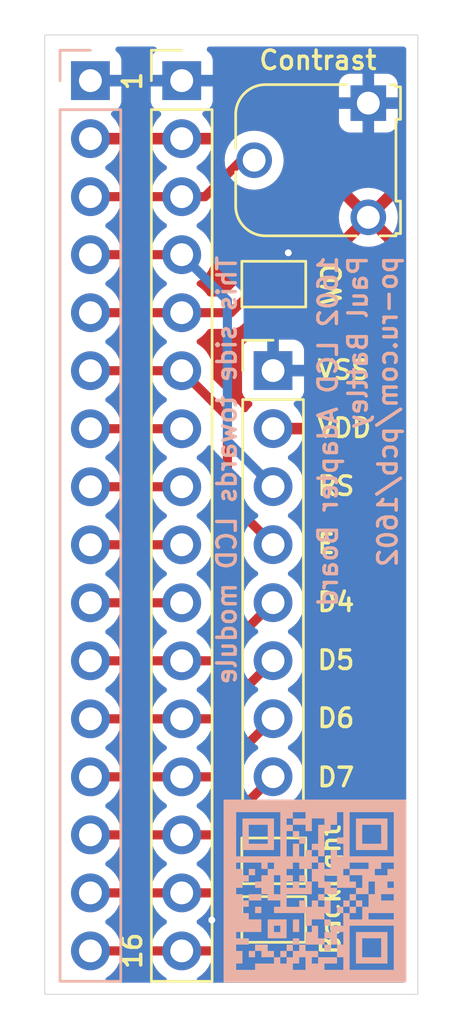
<source format=kicad_pcb>
(kicad_pcb (version 20211014) (generator pcbnew)
  (title_block (rev "1"))
  (layers (0 "F.Cu" signal "Front") (1 "In1.Cu" signal) (2 "In2.Cu" signal) (31 "B.Cu" signal "Back") (34 "B.Paste" user) (35 "F.Paste" user) (36 "B.SilkS" user "B.Silkscreen") (37 "F.SilkS" user "F.Silkscreen") (38 "B.Mask" user) (39 "F.Mask" user) (44 "Edge.Cuts" user))
  (net 0 "")
  (net 1 "/VSS")
  (net 2 "/VDD")
  (net 3 "/VE")
  (net 4 "/RS")
  (net 5 "/RW")
  (net 6 "/E")
  (net 7 "/D0")
  (net 8 "/D1")
  (net 9 "/D2")
  (net 10 "/D3")
  (net 11 "/D4")
  (net 12 "/D5")
  (net 13 "/D6")
  (net 14 "/D7")
  (net 15 "/A")
  (net 16 "/K")
  (footprint "Connector_PinHeader_2.54mm:PinHeader_1x08_P2.54mm_Vertical" (layer "F.Cu") (at 110 64.6938)
    (fp_text reference "J3" hide)
    (fp_text value "Minimal" hide)
    (fp_line (start -1.33 -1.33) (end 0 -1.33) (layer "F.SilkS") (width 0.12))
    (fp_line (start -1.33 19.11) (end 1.33 19.11) (layer "F.SilkS") (width 0.12))
    (fp_line (start -1.33 1.27) (end -1.33 19.11) (layer "F.SilkS") (width 0.12))
    (fp_line (start -1.33 1.27) (end 1.33 1.27) (layer "F.SilkS") (width 0.12))
    (fp_line (start -1.33 0) (end -1.33 -1.33) (layer "F.SilkS") (width 0.12))
    (fp_line (start 1.33 1.27) (end 1.33 19.11) (layer "F.SilkS") (width 0.12))
    (pad "1" thru_hole rect (at 0 0) (size 1.7 1.7) (drill 1) (layers *.Cu *.Mask) (net 1 "/VSS"))
    (pad "2" thru_hole oval (at 0 2.54) (size 1.7 1.7) (drill 1) (layers *.Cu *.Mask) (net 2 "/VDD"))
    (pad "3" thru_hole oval (at 0 5.08) (size 1.7 1.7) (drill 1) (layers *.Cu *.Mask) (net 4 "/RS"))
    (pad "4" thru_hole oval (at 0 7.62) (size 1.7 1.7) (drill 1) (layers *.Cu *.Mask) (net 6 "/E"))
    (pad "5" thru_hole oval (at 0 10.16) (size 1.7 1.7) (drill 1) (layers *.Cu *.Mask) (net 11 "/D4"))
    (pad "6" thru_hole oval (at 0 12.7) (size 1.7 1.7) (drill 1) (layers *.Cu *.Mask) (net 12 "/D5"))
    (pad "7" thru_hole oval (at 0 15.24) (size 1.7 1.7) (drill 1) (layers *.Cu *.Mask) (net 13 "/D6"))
    (pad "8" thru_hole oval (at 0 17.78) (size 1.7 1.7) (drill 1) (layers *.Cu *.Mask) (net 14 "/D7"))
  )
  (footprint "Personal:SolderJumper" (layer "F.Cu") (at 110.0328 88.7222 180)
    (fp_text reference "JP3" hide)
    (fp_text value "LED K" hide)
    (fp_line (start 1.4 -1) (end 1.4 1) (layer "F.SilkS") (width 0.12))
    (fp_line (start -1.4 1) (end -1.4 -1) (layer "F.SilkS") (width 0.12))
    (fp_line (start 1.4 1) (end -1.4 1) (layer "F.SilkS") (width 0.12))
    (fp_line (start -1.4 -1) (end 1.4 -1) (layer "F.SilkS") (width 0.12))
    (pad "1" smd rect (at -0.625 0 270) (size 1.5 1.05) (layers "F.Cu" "F.Mask") (net 16 "/K"))
    (pad "2" smd rect (at 0.625 0 90) (size 1.5 1.05) (layers "F.Cu" "F.Mask") (net 1 "/VSS"))
  )
  (footprint "Personal:Potentiometer_6mm_Trimmer" (layer "F.Cu") (at 114.173 52.9844 -90)
    (fp_text reference "RV1" hide)
    (fp_text value "10K" hide)
    (fp_line (start 5.81 0.52) (end 5.81 4.5) (layer "F.SilkS") (width 0.12))
    (fp_line (start -0.81 4.5) (end -0.81 0.96) (layer "F.SilkS") (width 0.12))
    (fp_line (start -0.81 -1.21) (end -0.81 -0.96) (layer "F.SilkS") (width 0.12))
    (fp_line (start 5.71 -1.41) (end 5.71 -1.21) (layer "F.SilkS") (width 0.12))
    (fp_line (start 4.29 -1.41) (end 5.71 -1.41) (layer "F.SilkS") (width 0.12))
    (fp_line (start 0.71 -1.21) (end 4.29 -1.21) (layer "F.SilkS") (width 0.12))
    (fp_line (start 4.5 5.81) (end 3.01 5.81) (layer "F.SilkS") (width 0.12))
    (fp_line (start 5.81 -1.21) (end 5.81 -0.52) (layer "F.SilkS") (width 0.12))
    (fp_line (start 4.29 -1.21) (end 4.29 -1.41) (layer "F.SilkS") (width 0.12))
    (fp_line (start 5.71 -1.21) (end 5.81 -1.21) (layer "F.SilkS") (width 0.12))
    (fp_line (start 1.99 5.81) (end 0.5 5.81) (layer "F.SilkS") (width 0.12))
    (fp_line (start -0.71 -1.41) (end -0.71 -1.21) (layer "F.SilkS") (width 0.12))
    (fp_line (start -0.71 -1.21) (end -0.81 -1.21) (layer "F.SilkS") (width 0.12))
    (fp_line (start 0.71 -1.21) (end 0.71 -1.41) (layer "F.SilkS") (width 0.12))
    (fp_line (start -0.71 -1.41) (end 0.71 -1.41) (layer "F.SilkS") (width 0.12))
    (fp_arc (start 5.81 4.5) (mid 5.42631 5.42631) (end 4.5 5.81) (layer "F.SilkS") (width 0.12))
    (fp_arc (start 0.5 5.81) (mid -0.42631 5.42631) (end -0.81 4.5) (layer "F.SilkS") (width 0.12))
    (pad "1" thru_hole rect (at 0 0 270) (size 1.56 1.56) (drill 1) (layers *.Cu *.Mask) (net 1 "/VSS"))
    (pad "2" thru_hole circle (at 2.5 5 270) (size 1.56 1.56) (drill 1) (layers *.Cu *.Mask) (net 3 "/VE"))
    (pad "3" thru_hole circle (at 5 0 270) (size 1.56 1.56) (drill 1) (layers *.Cu *.Mask) (net 2 "/VDD"))
  )
  (footprint "Connector_PinHeader_2.54mm:PinHeader_1x16_P2.54mm_Vertical" (layer "F.Cu") (at 106 52)
    (fp_text reference "J2" hide)
    (fp_text value "Full" hide)
    (fp_line (start -1.33 0) (end -1.33 -1.33) (layer "F.SilkS") (width 0.12))
    (fp_line (start -1.33 1.27) (end -1.33 39.43) (layer "F.SilkS") (width 0.12))
    (fp_line (start 1.33 1.27) (end 1.33 39.43) (layer "F.SilkS") (width 0.12))
    (fp_line (start -1.33 -1.33) (end 0 -1.33) (layer "F.SilkS") (width 0.12))
    (fp_line (start -1.33 39.43) (end 1.33 39.43) (layer "F.SilkS") (width 0.12))
    (fp_line (start -1.33 1.27) (end 1.33 1.27) (layer "F.SilkS") (width 0.12))
    (pad "1" thru_hole rect (at 0 0) (size 1.7 1.7) (drill 1) (layers *.Cu *.Mask) (net 1 "/VSS"))
    (pad "2" thru_hole oval (at 0 2.54) (size 1.7 1.7) (drill 1) (layers *.Cu *.Mask) (net 2 "/VDD"))
    (pad "3" thru_hole oval (at 0 5.08) (size 1.7 1.7) (drill 1) (layers *.Cu *.Mask) (net 3 "/VE"))
    (pad "4" thru_hole oval (at 0 7.62) (size 1.7 1.7) (drill 1) (layers *.Cu *.Mask) (net 4 "/RS"))
    (pad "5" thru_hole oval (at 0 10.16) (size 1.7 1.7) (drill 1) (layers *.Cu *.Mask) (net 5 "/RW"))
    (pad "6" thru_hole oval (at 0 12.7) (size 1.7 1.7) (drill 1) (layers *.Cu *.Mask) (net 6 "/E"))
    (pad "7" thru_hole oval (at 0 15.24) (size 1.7 1.7) (drill 1) (layers *.Cu *.Mask) (net 7 "/D0"))
    (pad "8" thru_hole oval (at 0 17.78) (size 1.7 1.7) (drill 1) (layers *.Cu *.Mask) (net 8 "/D1"))
    (pad "9" thru_hole oval (at 0 20.32) (size 1.7 1.7) (drill 1) (layers *.Cu *.Mask) (net 9 "/D2"))
    (pad "10" thru_hole oval (at 0 22.86) (size 1.7 1.7) (drill 1) (layers *.Cu *.Mask) (net 10 "/D3"))
    (pad "11" thru_hole oval (at 0 25.4) (size 1.7 1.7) (drill 1) (layers *.Cu *.Mask) (net 11 "/D4"))
    (pad "12" thru_hole oval (at 0 27.94) (size 1.7 1.7) (drill 1) (layers *.Cu *.Mask) (net 12 "/D5"))
    (pad "13" thru_hole oval (at 0 30.48) (size 1.7 1.7) (drill 1) (layers *.Cu *.Mask) (net 13 "/D6"))
    (pad "14" thru_hole oval (at 0 33.02) (size 1.7 1.7) (drill 1) (layers *.Cu *.Mask) (net 14 "/D7"))
    (pad "15" thru_hole oval (at 0 35.56) (size 1.7 1.7) (drill 1) (layers *.Cu *.Mask) (net 15 "/A"))
    (pad "16" thru_hole oval (at 0 38.1) (size 1.7 1.7) (drill 1) (layers *.Cu *.Mask) (net 16 "/K"))
  )
  (footprint "Personal:SolderJumper" (layer "F.Cu") (at 110.0328 86.1568)
    (fp_text reference "JP2" hide)
    (fp_text value "LED A" hide)
    (fp_line (start 1.4 1) (end -1.4 1) (layer "F.SilkS") (width 0.12))
    (fp_line (start 1.4 -1) (end 1.4 1) (layer "F.SilkS") (width 0.12))
    (fp_line (start -1.4 1) (end -1.4 -1) (layer "F.SilkS") (width 0.12))
    (fp_line (start -1.4 -1) (end 1.4 -1) (layer "F.SilkS") (width 0.12))
    (pad "1" smd rect (at -0.625 0 90) (size 1.5 1.05) (layers "F.Cu" "F.Mask") (net 15 "/A"))
    (pad "2" smd rect (at 0.625 0 270) (size 1.5 1.05) (layers "F.Cu" "F.Mask") (net 2 "/VDD"))
  )
  (footprint "Personal:SolderJumper" (layer "F.Cu") (at 110.0328 60.9092 180)
    (fp_text reference "JP1" hide)
    (fp_text value "Write Only" hide)
    (fp_line (start 1.4 1) (end -1.4 1) (layer "F.SilkS") (width 0.12))
    (fp_line (start -1.4 1) (end -1.4 -1) (layer "F.SilkS") (width 0.12))
    (fp_line (start -1.4 -1) (end 1.4 -1) (layer "F.SilkS") (width 0.12))
    (fp_line (start 1.4 -1) (end 1.4 1) (layer "F.SilkS") (width 0.12))
    (pad "1" smd rect (at -0.625 0 270) (size 1.5 1.05) (layers "F.Cu" "F.Mask") (net 1 "/VSS"))
    (pad "2" smd rect (at 0.625 0 90) (size 1.5 1.05) (layers "F.Cu" "F.Mask") (net 5 "/RW"))
  )
  (footprint "Connector_PinSocket_2.54mm:PinSocket_1x16_P2.54mm_Vertical" (layer "B.Cu") (at 102 52 180)
    (fp_text reference "J1" hide)
    (fp_text value "Display" hide)
    (fp_line (start -1.33 -1.27) (end 1.33 -1.27) (layer "B.SilkS") (width 0.12))
    (fp_line (start 1.33 1.33) (end 1.33 0) (layer "B.SilkS") (width 0.12))
    (fp_line (start 1.33 -1.27) (end 1.33 -39.43) (layer "B.SilkS") (width 0.12))
    (fp_line (start -1.33 -39.43) (end 1.33 -39.43) (layer "B.SilkS") (width 0.12))
    (fp_line (start -1.33 -1.27) (end -1.33 -39.43) (layer "B.SilkS") (width 0.12))
    (fp_line (start 0 1.33) (end 1.33 1.33) (layer "B.SilkS") (width 0.12))
    (pad "1" thru_hole rect (at 0 0 180) (size 1.7 1.7) (drill 1) (layers *.Cu *.Mask) (net 1 "/VSS"))
    (pad "2" thru_hole oval (at 0 -2.54 180) (size 1.7 1.7) (drill 1) (layers *.Cu *.Mask) (net 2 "/VDD"))
    (pad "3" thru_hole oval (at 0 -5.08 180) (size 1.7 1.7) (drill 1) (layers *.Cu *.Mask) (net 3 "/VE"))
    (pad "4" thru_hole oval (at 0 -7.62 180) (size 1.7 1.7) (drill 1) (layers *.Cu *.Mask) (net 4 "/RS"))
    (pad "5" thru_hole oval (at 0 -10.16 180) (size 1.7 1.7) (drill 1) (layers *.Cu *.Mask) (net 5 "/RW"))
    (pad "6" thru_hole oval (at 0 -12.7 180) (size 1.7 1.7) (drill 1) (layers *.Cu *.Mask) (net 6 "/E"))
    (pad "7" thru_hole oval (at 0 -15.24 180) (size 1.7 1.7) (drill 1) (layers *.Cu *.Mask) (net 7 "/D0"))
    (pad "8" thru_hole oval (at 0 -17.78 180) (size 1.7 1.7) (drill 1) (layers *.Cu *.Mask) (net 8 "/D1"))
    (pad "9" thru_hole oval (at 0 -20.32 180) (size 1.7 1.7) (drill 1) (layers *.Cu *.Mask) (net 9 "/D2"))
    (pad "10" thru_hole oval (at 0 -22.86 180) (size 1.7 1.7) (drill 1) (layers *.Cu *.Mask) (net 10 "/D3"))
    (pad "11" thru_hole oval (at 0 -25.4 180) (size 1.7 1.7) (drill 1) (layers *.Cu *.Mask) (net 11 "/D4"))
    (pad "12" thru_hole oval (at 0 -27.94 180) (size 1.7 1.7) (drill 1) (layers *.Cu *.Mask) (net 12 "/D5"))
    (pad "13" thru_hole oval (at 0 -30.48 180) (size 1.7 1.7) (drill 1) (layers *.Cu *.Mask) (net 13 "/D6"))
    (pad "14" thru_hole oval (at 0 -33.02 180) (size 1.7 1.7) (drill 1) (layers *.Cu *.Mask) (net 14 "/D7"))
    (pad "15" thru_hole oval (at 0 -35.56 180) (size 1.7 1.7) (drill 1) (layers *.Cu *.Mask) (net 15 "/A"))
    (pad "16" thru_hole oval (at 0 -38.1 180) (size 1.7 1.7) (drill 1) (layers *.Cu *.Mask) (net 16 "/K"))
  )
  (footprint "LOGO" (layer "B.Cu") (at 111.8362 87.4776 180)
    (fp_text reference "G***" hide)
    (fp_text value "LOGO" hide)
    (fp_poly (pts (xy 2.622826 -0.966305) (xy 2.34674 -0.966305) (xy 2.34674 -0.690218) (xy 2.622826 -0.690218)) (layer "B.SilkS") (width 0) (fill solid))
    (fp_poly (pts (xy 0.966305 -2.34674) (xy 0.690218 -2.34674) (xy 0.690218 -2.070653) (xy 0.966305 -2.070653)) (layer "B.SilkS") (width 0) (fill solid))
    (fp_poly (pts (xy -0.41413 -1.518479) (xy -0.690217 -1.518479) (xy -0.690217 -1.242392) (xy -0.41413 -1.242392)) (layer "B.SilkS") (width 0) (fill solid))
    (fp_poly (pts (xy -0.41413 -2.622826) (xy -0.690217 -2.622826) (xy -0.690217 -2.34674) (xy -0.41413 -2.34674)) (layer "B.SilkS") (width 0) (fill solid))
    (fp_poly (pts (xy 0.138044 -1.794566) (xy 0.414131 -1.794566) (xy 0.414131 -2.34674) (xy -0.41413 -2.34674) (xy -0.41413 -2.070653) (xy -0.138043 -2.070653) (xy -0.138043 -1.518479) (xy 0.138044 -1.518479)) (layer "B.SilkS") (width 0) (fill solid))
    (fp_poly (pts (xy 2.898913 0.690217) (xy 2.622826 0.690217) (xy 2.622826 0.966304) (xy 2.898913 0.966304)) (layer "B.SilkS") (width 0) (fill solid))
    (fp_poly (pts (xy 1.518479 -2.898913) (xy 1.242392 -2.898913) (xy 1.242392 -2.622826) (xy 1.518479 -2.622826)) (layer "B.SilkS") (width 0) (fill solid))
    (fp_poly (pts (xy -1.794565 -3.175) (xy -3.175 -3.175) (xy -3.175 -2.898913) (xy -2.898913 -2.898913) (xy -2.070652 -2.898913) (xy -2.070652 -2.070653) (xy -2.898913 -2.070653) (xy -2.898913 -2.898913) (xy -3.175 -2.898913) (xy -3.175 -1.794566) (xy -1.794565 -1.794566)) (layer "B.SilkS") (width 0) (fill solid))
    (fp_poly (pts (xy 2.898913 -0.414131) (xy 2.34674 -0.414131) (xy 2.34674 -0.138044) (xy 2.898913 -0.138044)) (layer "B.SilkS") (width 0) (fill solid))
    (fp_poly (pts (xy 2.898913 -2.898913) (xy 2.622826 -2.898913) (xy 2.622826 -2.622826) (xy 2.898913 -2.622826)) (layer "B.SilkS") (width 0) (fill solid))
    (fp_poly (pts (xy -1.242391 -0.414131) (xy -1.242391 -0.690218) (xy -1.518478 -0.690218) (xy -1.518478 -0.966305) (xy -1.794565 -0.966305) (xy -1.794565 -0.690218) (xy -1.518478 -0.690218) (xy -1.518478 -0.414131) (xy -1.794565 -0.414131) (xy -1.794565 -0.690218) (xy -2.070652 -0.690218) (xy -2.070652 -0.414131) (xy -1.794565 -0.414131) (xy -1.794565 -0.138044) (xy -1.518478 -0.138044) (xy -1.518478 -0.414131)) (layer "B.SilkS") (width 0) (fill solid))
    (fp_poly (pts (xy 0.966305 2.346739) (xy 0.690218 2.346739) (xy 0.690218 2.622826) (xy 0.966305 2.622826)) (layer "B.SilkS") (width 0) (fill solid))
    (fp_poly (pts (xy 2.622826 -2.622826) (xy 2.34674 -2.622826) (xy 2.34674 -2.898913) (xy 1.794566 -2.898913) (xy 1.794566 -2.622826) (xy 2.070653 -2.622826) (xy 2.070653 -2.34674) (xy 2.622826 -2.34674)) (layer "B.SilkS") (width 0) (fill solid))
    (fp_poly (pts (xy -0.966304 -0.966305) (xy -1.242391 -0.966305) (xy -1.242391 -0.690218) (xy -0.966304 -0.690218)) (layer "B.SilkS") (width 0) (fill solid))
    (fp_poly (pts (xy 1.242392 -2.622826) (xy 0.966305 -2.622826) (xy 0.966305 -2.34674) (xy 1.242392 -2.34674)) (layer "B.SilkS") (width 0) (fill solid))
    (fp_poly (pts (xy 0.690218 2.070652) (xy 0.414131 2.070652) (xy 0.414131 2.346739) (xy 0.690218 2.346739)) (layer "B.SilkS") (width 0) (fill solid))
    (fp_poly (pts (xy 0.690218 0.41413) (xy 0.414131 0.41413) (xy 0.414131 0.690217) (xy 0.690218 0.690217)) (layer "B.SilkS") (width 0) (fill solid))
    (fp_poly (pts (xy -0.138043 -0.414131) (xy -0.41413 -0.414131) (xy -0.41413 -0.138044) (xy -0.138043 -0.138044)) (layer "B.SilkS") (width 0) (fill solid))
    (fp_poly (pts (xy -1.794565 1.794565) (xy -3.175 1.794565) (xy -3.175 2.070652) (xy -2.898913 2.070652) (xy -2.070652 2.070652) (xy -2.070652 2.898913) (xy -2.898913 2.898913) (xy -2.898913 2.070652) (xy -3.175 2.070652) (xy -3.175 3.175) (xy -1.794565 3.175)) (layer "B.SilkS") (width 0) (fill solid))
    (fp_poly (pts (xy 2.070653 -2.070653) (xy 1.242392 -2.070653) (xy 1.242392 -1.794566) (xy 1.518479 -1.794566) (xy 1.794566 -1.794566) (xy 1.794566 -1.518479) (xy 1.518479 -1.518479) (xy 1.518479 -1.794566) (xy 1.242392 -1.794566) (xy 1.242392 -1.242392) (xy 2.070653 -1.242392)) (layer "B.SilkS") (width 0) (fill solid))
    (fp_poly (pts (xy 4.003261 -4.003261) (xy -4.00326 -4.003261) (xy -4.00326 -3.451087) (xy -3.451087 -3.451087) (xy -1.518478 -3.451087) (xy -1.242391 -3.451087) (xy -0.41413 -3.451087) (xy 0.414131 -3.451087) (xy 0.966305 -3.451087) (xy 0.966305 -3.175) (xy 0.690218 -3.175) (xy 0.690218 -2.898913) (xy 0.414131 -2.898913) (xy 0.414131 -3.451087) (xy -0.41413 -3.451087) (xy -0.41413 -3.175) (xy -0.138043 -3.175) (xy 0.138044 -3.175) (xy 0.138044 -2.898913) (xy -0.138043 -2.898913) (xy -0.138043 -3.175) (xy -0.41413 -3.175) (xy -0.966304 -3.175) (xy -0.966304 -2.898913) (xy -1.242391 -2.898913) (xy -1.242391 -3.451087) (xy -1.518478 -3.451087) (xy -1.518478 -2.34674) (xy -1.242391 -2.34674) (xy -0.966304 -2.34674) (xy -0.966304 -1.794566) (xy -1.242391 -1.794566) (xy -1.242391 -2.34674) (xy -1.518478 -2.34674) (xy -1.518478 -1.518479) (xy -3.451087 -1.518479) (xy -3.451087 -3.451087) (xy -4.00326 -3.451087) (xy -4.00326 -1.242392) (xy -3.451087 -1.242392) (xy -2.346739 -1.242392) (xy -2.346739 -0.966305) (xy -3.451087 -0.966305) (xy -3.451087 -1.242392) (xy -4.00326 -1.242392) (xy -4.00326 -0.690218) (xy -2.346739 -0.690218) (xy -2.070652 -0.690218) (xy -2.070652 -1.242392) (xy -1.518478 -1.242392) (xy -1.518478 -0.966305) (xy -1.242391 -0.966305) (xy -1.242391 -1.518479) (xy -0.690217 -1.518479) (xy -0.690217 -1.794566) (xy -0.41413 -1.794566) (xy -0.41413 -2.070653) (xy -0.690217 -2.070653) (xy -0.690217 -2.34674) (xy -0.966304 -2.34674) (xy -0.966304 -2.898913) (xy -0.138043 -2.898913) (xy -0.138043 -2.622826) (xy 0.414131 -2.622826) (xy 0.414131 -2.34674) (xy 0.690218 -2.34674) (xy 0.690218 -2.622826) (xy 0.966305 -2.622826) (xy 0.966305 -2.898913) (xy 1.242392 -2.898913) (xy 1.242392 -3.175) (xy 1.518479 -3.175) (xy 1.518479 -2.898913) (xy 1.794566 -2.898913) (xy 1.794566 -3.175) (xy 2.622826 -3.175) (xy 2.622826 -3.451087) (xy 3.451087 -3.451087) (xy 3.451087 -3.175) (xy 3.175 -3.175) (xy 3.175 -2.622826) (xy 3.451087 -2.622826) (xy 3.451087 -2.34674) (xy 2.898913 -2.34674) (xy 2.898913 -2.070653) (xy 3.451087 -2.070653) (xy 3.451087 -1.794566) (xy 2.34674 -1.794566) (xy 2.34674 -1.242392) (xy 2.898913 -1.242392) (xy 2.898913 -0.966305) (xy 3.175 -0.966305) (xy 3.175 -0.690218) (xy 2.898913 -0.690218) (xy 2.898913 -0.414131) (xy 3.175 -0.414131) (xy 3.175 -0.138044) (xy 3.451087 -0.138044) (xy 3.451087 0.138043) (xy 3.175 0.138043) (xy 3.175 0.41413) (xy 2.898913 0.41413) (xy 2.898913 0.690217) (xy 3.175 0.690217) (xy 3.175 0.966304) (xy 3.451087 0.966304) (xy 3.451087 1.242391) (xy 2.34674 1.242391) (xy 2.34674 0.966304) (xy 2.070653 0.966304) (xy 2.070653 0.690217) (xy 2.34674 0.690217) (xy 2.34674 0.41413) (xy 2.622826 0.41413) (xy 2.622826 0.138043) (xy 2.34674 0.138043) (xy 2.34674 -0.138044) (xy 2.070653 -0.138044) (xy 2.070653 -0.414131) (xy 1.518479 -0.414131) (xy 1.518479 -0.690218) (xy 1.794566 -0.690218) (xy 1.794566 -0.966305) (xy 0.414131 -0.966305) (xy 0.414131 -1.518479) (xy 0.138044 -1.518479) (xy 0.138044 -1.242392) (xy -0.41413 -1.242392) (xy -0.41413 -0.966305) (xy -0.690217 -0.966305) (xy -0.690217 -0.414131) (xy -0.41413 -0.414131) (xy -0.41413 -0.690218) (xy -0.138043 -0.690218) (xy -0.138043 -0.414131) (xy 0.138044 -0.414131) (xy 0.138044 -0.690218) (xy 0.414131 -0.690218) (xy 0.414131 -0.414131) (xy 0.690218 -0.414131) (xy 0.690218 -0.690218) (xy 1.242392 -0.690218) (xy 1.242392 -0.138044) (xy 1.518479 -0.138044) (xy 1.794566 -0.138044) (xy 1.794566 0.690217) (xy 1.518479 0.690217) (xy 1.518479 -0.138044) (xy 1.242392 -0.138044) (xy 0.138044 -0.138044) (xy 0.138044 0.41413) (xy 0.414131 0.41413) (xy 0.414131 0.138043) (xy 0.690218 0.138043) (xy 0.966305 0.138043) (xy 1.242392 0.138043) (xy 1.242392 0.41413) (xy 0.966305 0.41413) (xy 0.966305 0.138043) (xy 0.690218 0.138043) (xy 0.690218 0.41413) (xy 0.966305 0.41413) (xy 0.966305 0.690217) (xy 1.242392 0.690217) (xy 1.242392 0.966304) (xy 1.794566 0.966304) (xy 2.070653 0.966304) (xy 2.070653 1.242391) (xy 1.794566 1.242391) (xy 1.794566 0.966304) (xy 1.242392 0.966304) (xy 0.966305 0.966304) (xy 0.966305 1.242391) (xy 0.690218 1.242391) (xy 0.690218 0.966304) (xy 0.138044 0.966304) (xy 0.138044 0.41413) (xy -0.138043 0.41413) (xy -0.138043 0.138043) (xy -0.41413 0.138043) (xy -0.41413 -0.138044) (xy -0.966304 -0.138044) (xy -0.966304 0.138043) (xy -0.690217 0.138043) (xy -0.690217 0.41413) (xy -0.41413 0.41413) (xy -0.41413 0.690217) (xy -0.966304 0.690217) (xy -0.966304 0.138043) (xy -1.794565 0.138043) (xy -1.794565 -0.138044) (xy -2.346739 -0.138044) (xy -2.346739 -0.690218) (xy -4.00326 -0.690218) (xy -4.00326 -0.414131) (xy -3.451087 -0.414131) (xy -2.898913 -0.414131) (xy -2.898913 -0.138044) (xy -2.622826 -0.138044) (xy -2.346739 -0.138044) (xy -2.346739 0.138043) (xy -2.070652 0.138043) (xy -1.794565 0.138043) (xy -1.794565 0.41413) (xy -1.518478 0.41413) (xy -1.518478 0.690217) (xy -1.242391 0.690217) (xy -1.242391 0.966304) (xy -1.518478 0.966304) (xy -1.518478 0.690217) (xy -2.070652 0.690217) (xy -2.070652 0.138043) (xy -2.346739 0.138043) (xy -2.346739 0.41413) (xy -2.622826 0.41413) (xy -2.622826 -0.138044) (xy -2.898913 -0.138044) (xy -3.451087 -0.138044) (xy -3.451087 -0.414131) (xy -4.00326 -0.414131) (xy -4.00326 0.138043) (xy -3.451087 0.138043) (xy -3.175 0.138043) (xy -3.175 0.41413) (xy -3.451087 0.41413) (xy -3.451087 0.138043) (xy -4.00326 0.138043) (xy -4.00326 0.966304) (xy -3.451087 0.966304) (xy -3.175 0.966304) (xy -3.175 0.690217) (xy -2.622826 0.690217) (xy -2.622826 0.966304) (xy -2.346739 0.966304) (xy -1.518478 0.966304) (xy -1.518478 1.242391) (xy -2.346739 1.242391) (xy -2.346739 0.966304) (xy -2.622826 0.966304) (xy -2.898913 0.966304) (xy -2.898913 1.242391) (xy -3.451087 1.242391) (xy -3.451087 0.966304) (xy -4.00326 0.966304) (xy -4.00326 1.518478) (xy -3.451087 1.518478) (xy -1.518478 1.518478) (xy -1.242391 1.518478) (xy -0.966304 1.518478) (xy -0.966304 1.794565) (xy -0.690217 1.794565) (xy -0.690217 0.966304) (xy -0.41413 0.966304) (xy -0.138043 0.966304) (xy 0.138044 0.966304) (xy 0.138044 1.242391) (xy -0.138043 1.242391) (xy -0.138043 0.966304) (xy -0.41413 0.966304) (xy -0.41413 1.242391) (xy -0.138043 1.242391) (xy -0.138043 1.518478) (xy 0.138044 1.518478) (xy 0.138044 1.794565) (xy -0.138043 1.794565) (xy -0.138043 1.518478) (xy -0.41413 1.518478) (xy -0.41413 2.622826) (xy -0.690217 2.622826) (xy -0.690217 2.898913) (xy -0.41413 2.898913) (xy -0.138043 2.898913) (xy -0.138043 2.070652) (xy 0.138044 2.070652) (xy 0.138044 1.794565) (xy 0.414131 1.794565) (xy 0.414131 1.518478) (xy 0.690218 1.518478) (xy 0.690218 2.070652) (xy 0.966305 2.070652) (xy 0.966305 1.518478) (xy 1.242392 1.518478) (xy 1.518479 1.518478) (xy 3.451087 1.518478) (xy 3.451087 3.451087) (xy 1.518479 3.451087) (xy 1.518479 1.518478) (xy 1.242392 1.518478) (xy 1.242392 2.622826) (xy 0.966305 2.622826) (xy 0.966305 2.898913) (xy 1.242392 2.898913) (xy 1.242392 3.175) (xy 0.966305 3.175) (xy 0.966305 2.898913) (xy 0.414131 2.898913) (xy 0.414131 2.622826) (xy 0.138044 2.622826) (xy 0.138044 3.175) (xy 0.414131 3.175) (xy 0.966305 3.175) (xy 0.966305 3.451087) (xy 0.414131 3.451087) (xy 0.414131 3.175) (xy 0.138044 3.175) (xy -0.41413 3.175) (xy -0.41413 2.898913) (xy -0.690217 2.898913) (xy -0.966304 2.898913) (xy -0.966304 3.451087) (xy -1.242391 3.451087) (xy -1.242391 2.346739) (xy -0.966304 2.346739) (xy -0.966304 2.070652) (xy -1.242391 2.070652) (xy -1.242391 1.518478) (xy -1.518478 1.518478) (xy -1.518478 3.451087) (xy -3.451087 3.451087) (xy -3.451087 1.518478) (xy -4.00326 1.518478) (xy -4.00326 4.00326) (xy 4.003261 4.00326)) (layer "B.SilkS") (width 0) (fill solid))
    (fp_poly (pts (xy 3.175 1.794565) (xy 1.794566 1.794565) (xy 1.794566 2.070652) (xy 2.070653 2.070652) (xy 2.898913 2.070652) (xy 2.898913 2.898913) (xy 2.070653 2.898913) (xy 2.070653 2.070652) (xy 1.794566 2.070652) (xy 1.794566 3.175) (xy 3.175 3.175)) (layer "B.SilkS") (width 0) (fill solid))
    (fp_poly (pts (xy 0.966305 -1.794566) (xy 0.690218 -1.794566) (xy 0.690218 -1.242392) (xy 0.966305 -1.242392)) (layer "B.SilkS") (width 0) (fill solid))
  )
  (gr_rect (start 100 50) (end 116.3424 92) (layer "Edge.Cuts") (width 0.0381) (fill none))
  (gr_text "1602 LCD Adapter Board\nPaul Battley\npo-ru.com/pcb/1602" (at 113.7158 59.5884 90) (layer "B.SilkS") (effects (font (size 0.8128 0.8128) (thickness 0.1524)) (justify left mirror)))
  (gr_text "This side towards LCD module" (at 107.9754 59.5884 90) (layer "B.SilkS") (effects (font (size 0.8128 0.8128) (thickness 0.1524)) (justify left mirror)))
  (gr_text "VDD" (at 111.8616 67.2084) (layer "F.SilkS") (effects (font (size 0.8128 0.8128) (thickness 0.1524)) (justify left)))
  (gr_text "16" (at 103.8352 90.0938 90) (layer "F.SilkS") (effects (font (size 0.8128 0.8128) (thickness 0.1524))))
  (gr_text "E" (at 111.8616 72.2884) (layer "F.SilkS") (effects (font (size 0.8128 0.8128) (thickness 0.1524)) (justify left)))
  (gr_text "D4" (at 111.8616 74.8284) (layer "F.SilkS") (effects (font (size 0.8128 0.8128) (thickness 0.1524)) (justify left)))
  (gr_text "D7" (at 111.8616 82.4992) (layer "F.SilkS") (effects (font (size 0.8128 0.8128) (thickness 0.1524)) (justify left)))
  (gr_text "Backlight" (at 112.522 87.4268 90) (layer "F.SilkS") (effects (font (size 0.8128 0.8128) (thickness 0.1524))))
  (gr_text "RS" (at 111.8616 69.7484) (layer "F.SilkS") (effects (font (size 0.8128 0.8128) (thickness 0.1524)) (justify left)))
  (gr_text "Contrast\n" (at 111.9632 51.1048) (layer "F.SilkS") (effects (font (size 0.8128 0.8128) (thickness 0.1524))))
  (gr_text "D5" (at 111.8616 77.3684) (layer "F.SilkS") (effects (font (size 0.8128 0.8128) (thickness 0.1524)) (justify left)))
  (gr_text "WO" (at 112.5728 60.9346 90) (layer "F.SilkS") (effects (font (size 0.8128 0.8128) (thickness 0.1524))))
  (gr_text "1" (at 103.8352 52.0192 90) (layer "F.SilkS") (effects (font (size 0.8128 0.8128) (thickness 0.1524))))
  (gr_text "VSS" (at 111.8616 64.6684) (layer "F.SilkS") (effects (font (size 0.8128 0.8128) (thickness 0.1524)) (justify left)))
  (gr_text "D6" (at 111.8616 79.9084) (layer "F.SilkS") (effects (font (size 0.8128 0.8128) (thickness 0.1524)) (justify left)))
  (segment (start 110.6578 59.5476) (end 110.6578 60.9092) (width 0.4) (layer "F.Cu") (net 1))
  (segment (start 109.4078 88.7222) (end 107.3404 88.7222) (width 0.4) (layer "F.Cu") (net 1))
  (segment (start 107.3404 88.7222) (end 107.315 88.7476) (width 0.4) (layer "F.Cu") (net 1))
  (segment (start 110.6678 59.5376) (end 110.6578 59.5476) (width 0.4) (layer "F.Cu") (net 1))
  (via (at 107.315 88.7476) (size 0.6) (drill 0.3) (layers "F.Cu" "B.Cu") (net 1))
  (via (at 110.6678 59.5376) (size 0.6) (drill 0.3) (layers "F.Cu" "B.Cu") (net 1))
  (segment (start 107.0186 57.08) (end 106 57.08) (width 0.4) (layer "F.Cu") (net 3))
  (segment (start 108.6142 55.4844) (end 107.0186 57.08) (width 0.4) (layer "F.Cu") (net 3))
  (segment (start 109.173 55.4844) (end 108.6142 55.4844) (width 0.4) (layer "F.Cu") (net 3))
  (segment (start 102 57.08) (end 106 57.08) (width 0.4) (layer "F.Cu") (net 3))
  (segment (start 102 59.62) (end 106 59.62) (width 0.4) (layer "F.Cu") (net 4))
  (segment (start 108.0008 67.7746) (end 110 69.7738) (width 0.4) (layer "B.Cu") (net 4))
  (segment (start 106 59.62) (end 108.0008 61.6208) (width 0.4) (layer "B.Cu") (net 4))
  (segment (start 108.0008 61.6208) (end 108.0008 67.7746) (width 0.4) (layer "B.Cu") (net 4))
  (segment (start 102 62.16) (end 106 62.16) (width 0.4) (layer "F.Cu") (net 5))
  (segment (start 108.157 62.16) (end 109.4078 60.9092) (width 0.4) (layer "F.Cu") (net 5))
  (segment (start 106 62.16) (end 108.157 62.16) (width 0.4) (layer "F.Cu") (net 5))
  (segment (start 108.0008 70.3146) (end 110 72.3138) (width 0.4) (layer "F.Cu") (net 6))
  (segment (start 106 64.7) (end 108.0008 66.7008) (width 0.4) (layer "F.Cu") (net 6))
  (segment (start 108.0008 66.7008) (end 108.0008 70.3146) (width 0.4) (layer "F.Cu") (net 6))
  (segment (start 102 64.7) (end 106 64.7) (width 0.4) (layer "F.Cu") (net 6))
  (segment (start 102 67.24) (end 106 67.24) (width 0.4) (layer "F.Cu") (net 7))
  (segment (start 102 69.78) (end 106 69.78) (width 0.4) (layer "F.Cu") (net 8))
  (segment (start 102 72.32) (end 106 72.32) (width 0.4) (layer "F.Cu") (net 9))
  (segment (start 102 74.86) (end 106 74.86) (width 0.4) (layer "F.Cu") (net 10))
  (segment (start 106 77.4) (end 107.4538 77.4) (width 0.4) (layer "F.Cu") (net 11))
  (segment (start 102 77.4) (end 106 77.4) (width 0.4) (layer "F.Cu") (net 11))
  (segment (start 107.4538 77.4) (end 110 74.8538) (width 0.4) (layer "F.Cu") (net 11))
  (segment (start 107.4538 79.94) (end 110 77.3938) (width 0.4) (layer "F.Cu") (net 12))
  (segment (start 102 79.94) (end 106 79.94) (width 0.4) (layer "F.Cu") (net 12))
  (segment (start 106 79.94) (end 107.4538 79.94) (width 0.4) (layer "F.Cu") (net 12))
  (segment (start 102 82.48) (end 106 82.48) (width 0.4) (layer "F.Cu") (net 13))
  (segment (start 110 79.9338) (end 107.4538 82.48) (width 0.4) (layer "F.Cu") (net 13))
  (segment (start 107.4538 82.48) (end 106 82.48) (width 0.4) (layer "F.Cu") (net 13))
  (segment (start 110 82.4738) (end 107.4538 85.02) (width 0.4) (layer "F.Cu") (net 14))
  (segment (start 107.4538 85.02) (end 106 85.02) (width 0.4) (layer "F.Cu") (net 14))
  (segment (start 106 85.02) (end 102 85.02) (width 0.4) (layer "F.Cu") (net 14))
  (segment (start 108.0046 87.56) (end 109.4078 86.1568) (width 0.4) (layer "F.Cu") (net 15))
  (segment (start 106 87.56) (end 108.0046 87.56) (width 0.4) (layer "F.Cu") (net 15))
  (segment (start 102 87.56) (end 106 87.56) (width 0.4) (layer "F.Cu") (net 15))
  (segment (start 110.6578 89.8722) (end 110.43 90.1) (width 0.4) (layer "F.Cu") (net 16))
  (segment (start 110.6578 88.7222) (end 110.6578 89.8722) (width 0.4) (layer "F.Cu") (net 16))
  (segment (start 110.43 90.1) (end 106 90.1) (width 0.4) (layer "F.Cu") (net 16))
  (segment (start 106 90.1) (end 102 90.1) (width 0.4) (layer "F.Cu") (net 16))
  (zone (net 2) (net_name "/VDD") (layer "F.Cu") (connect_pads (clearance 0.508)) (min_thickness 0.254) (fill yes (thermal_gap 0.508) (thermal_bridge_width 0.508))
    (polygon (pts (xy 117.750731 93.301009) (xy 98.294331 93.301009) (xy 98.294331 48.724009) (xy 117.750731 48.724009)))
  )
  (zone (net 1) (net_name "/VSS") (layer "B.Cu") (connect_pads (clearance 0.508)) (min_thickness 0.254) (fill yes (thermal_gap 0.508) (thermal_bridge_width 0.508))
    (polygon (pts (xy 117.674531 93.301009) (xy 98.040331 93.301009) (xy 98.040331 48.470009) (xy 117.674531 48.470009)))
  )
)
</source>
